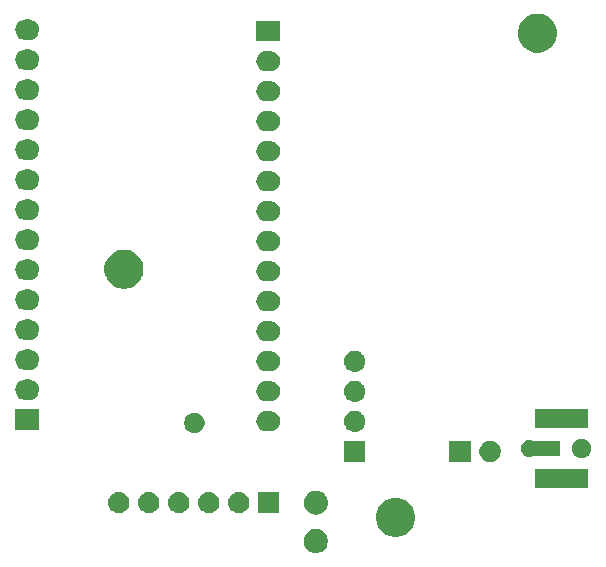
<source format=gbr>
G04 #@! TF.GenerationSoftware,KiCad,Pcbnew,(5.0.2)-1*
G04 #@! TF.CreationDate,2019-05-14T17:11:37+02:00*
G04 #@! TF.ProjectId,Mini-Lora,4d696e69-2d4c-46f7-9261-2e6b69636164,rev?*
G04 #@! TF.SameCoordinates,Original*
G04 #@! TF.FileFunction,Soldermask,Bot*
G04 #@! TF.FilePolarity,Negative*
%FSLAX46Y46*%
G04 Gerber Fmt 4.6, Leading zero omitted, Abs format (unit mm)*
G04 Created by KiCad (PCBNEW (5.0.2)-1) date 14/05/2019 17:11:37*
%MOMM*%
%LPD*%
G01*
G04 APERTURE LIST*
%ADD10C,0.100000*%
G04 APERTURE END LIST*
D10*
G04 #@! TO.C,U2*
G36*
X135415025Y-73343327D02*
X135681725Y-73343327D01*
X135681724Y-73343327D01*
X135910387Y-73314895D01*
X136123900Y-73228249D01*
X136307712Y-73089295D01*
X136449296Y-72907501D01*
X136570725Y-72467027D01*
X136570725Y-72467028D01*
X136539006Y-72238797D01*
X136449298Y-72026553D01*
X136307713Y-71844759D01*
X136123901Y-71705804D01*
X135910388Y-71619158D01*
X135681725Y-71590727D01*
X135415025Y-71590727D01*
X135415026Y-71590727D01*
X135188223Y-71620586D01*
X134976876Y-71708129D01*
X134795388Y-71847389D01*
X134656128Y-72028877D01*
X134568585Y-72240224D01*
X134538725Y-72467027D01*
X134538725Y-72467026D01*
X134568584Y-72693829D01*
X134656127Y-72905177D01*
X134795387Y-73086665D01*
X134976875Y-73225925D01*
X135415025Y-73343327D01*
G37*
G36*
X135415025Y-75883327D02*
X135681725Y-75883327D01*
X135681724Y-75883327D01*
X135910387Y-75854895D01*
X136123900Y-75768249D01*
X136307712Y-75629295D01*
X136449296Y-75447501D01*
X136570725Y-75007027D01*
X136570725Y-75007028D01*
X136539006Y-74778797D01*
X136449298Y-74566553D01*
X136307713Y-74384759D01*
X136123901Y-74245804D01*
X135910388Y-74159158D01*
X135681725Y-74130727D01*
X135415025Y-74130727D01*
X135415026Y-74130727D01*
X135188223Y-74160586D01*
X134976876Y-74248129D01*
X134795388Y-74387389D01*
X134656128Y-74568877D01*
X134568585Y-74780224D01*
X134538725Y-75007027D01*
X134538725Y-75007026D01*
X134568584Y-75233829D01*
X134656127Y-75445177D01*
X134795387Y-75626665D01*
X134976875Y-75765925D01*
X135415025Y-75883327D01*
G37*
G36*
X135415025Y-78423327D02*
X135681725Y-78423327D01*
X135681724Y-78423327D01*
X135910387Y-78394895D01*
X136123900Y-78308249D01*
X136307712Y-78169295D01*
X136449296Y-77987501D01*
X136570725Y-77547027D01*
X136570725Y-77547028D01*
X136539006Y-77318797D01*
X136449298Y-77106553D01*
X136307713Y-76924759D01*
X136123901Y-76785804D01*
X135910388Y-76699158D01*
X135681725Y-76670727D01*
X135415025Y-76670727D01*
X135415026Y-76670727D01*
X135188223Y-76700586D01*
X134976876Y-76788129D01*
X134795388Y-76927389D01*
X134656128Y-77108877D01*
X134568585Y-77320224D01*
X134538725Y-77547027D01*
X134538725Y-77547026D01*
X134568584Y-77773829D01*
X134656127Y-77985177D01*
X134795387Y-78166665D01*
X134976875Y-78305925D01*
X135415025Y-78423327D01*
G37*
G36*
X135415025Y-80963327D02*
X135681725Y-80963327D01*
X135681724Y-80963327D01*
X135910387Y-80934895D01*
X136123900Y-80848249D01*
X136307712Y-80709295D01*
X136449296Y-80527501D01*
X136570725Y-80087027D01*
X136570725Y-80087028D01*
X136539006Y-79858797D01*
X136449298Y-79646553D01*
X136307713Y-79464759D01*
X136123901Y-79325804D01*
X135910388Y-79239158D01*
X135681725Y-79210727D01*
X135415025Y-79210727D01*
X135415026Y-79210727D01*
X135188223Y-79240586D01*
X134976876Y-79328129D01*
X134795388Y-79467389D01*
X134656128Y-79648877D01*
X134568585Y-79860224D01*
X134538725Y-80087027D01*
X134538725Y-80087026D01*
X134568584Y-80313829D01*
X134656127Y-80525177D01*
X134795387Y-80706665D01*
X134976875Y-80845925D01*
X135415025Y-80963327D01*
G37*
G36*
X135415025Y-83503327D02*
X135681725Y-83503327D01*
X135681724Y-83503327D01*
X135910387Y-83474895D01*
X136123900Y-83388249D01*
X136307712Y-83249295D01*
X136449296Y-83067501D01*
X136570725Y-82627027D01*
X136570725Y-82627028D01*
X136539006Y-82398797D01*
X136449298Y-82186553D01*
X136307713Y-82004759D01*
X136123901Y-81865804D01*
X135910388Y-81779158D01*
X135681725Y-81750727D01*
X135415025Y-81750727D01*
X135415026Y-81750727D01*
X135188223Y-81780586D01*
X134976876Y-81868129D01*
X134795388Y-82007389D01*
X134656128Y-82188877D01*
X134568585Y-82400224D01*
X134538725Y-82627027D01*
X134538725Y-82627026D01*
X134568584Y-82853829D01*
X134656127Y-83065177D01*
X134795387Y-83246665D01*
X134976875Y-83385925D01*
X135415025Y-83503327D01*
G37*
G36*
X135415025Y-86043327D02*
X135681725Y-86043327D01*
X135681724Y-86043327D01*
X135910387Y-86014895D01*
X136123900Y-85928249D01*
X136307712Y-85789295D01*
X136449296Y-85607501D01*
X136570725Y-85167027D01*
X136570725Y-85167028D01*
X136539006Y-84938797D01*
X136449298Y-84726553D01*
X136307713Y-84544759D01*
X136123901Y-84405804D01*
X135910388Y-84319158D01*
X135681725Y-84290727D01*
X135415025Y-84290727D01*
X135415026Y-84290727D01*
X135188223Y-84320586D01*
X134976876Y-84408129D01*
X134795388Y-84547389D01*
X134656128Y-84728877D01*
X134568585Y-84940224D01*
X134538725Y-85167027D01*
X134538725Y-85167026D01*
X134568584Y-85393829D01*
X134656127Y-85605177D01*
X134795387Y-85786665D01*
X134976875Y-85925925D01*
X135415025Y-86043327D01*
G37*
G36*
X135415025Y-88583327D02*
X135681725Y-88583327D01*
X135681724Y-88583327D01*
X135910387Y-88554895D01*
X136123900Y-88468249D01*
X136307712Y-88329295D01*
X136449296Y-88147501D01*
X136570725Y-87707027D01*
X136570725Y-87707028D01*
X136539006Y-87478797D01*
X136449298Y-87266553D01*
X136307713Y-87084759D01*
X136123901Y-86945804D01*
X135910388Y-86859158D01*
X135681725Y-86830727D01*
X135415025Y-86830727D01*
X135415026Y-86830727D01*
X135188223Y-86860586D01*
X134976876Y-86948129D01*
X134795388Y-87087389D01*
X134656128Y-87268877D01*
X134568585Y-87480224D01*
X134538725Y-87707027D01*
X134538725Y-87707026D01*
X134568584Y-87933829D01*
X134656127Y-88145177D01*
X134795387Y-88326665D01*
X134976875Y-88465925D01*
X135415025Y-88583327D01*
G37*
G36*
X135415025Y-91123327D02*
X135681725Y-91123327D01*
X135681724Y-91123327D01*
X135910387Y-91094895D01*
X136123900Y-91008249D01*
X136307712Y-90869295D01*
X136449296Y-90687501D01*
X136570725Y-90247027D01*
X136570725Y-90247028D01*
X136539006Y-90018797D01*
X136449298Y-89806553D01*
X136307713Y-89624759D01*
X136123901Y-89485804D01*
X135910388Y-89399158D01*
X135681725Y-89370727D01*
X135415025Y-89370727D01*
X135415026Y-89370727D01*
X135188223Y-89400586D01*
X134976876Y-89488129D01*
X134795388Y-89627389D01*
X134656128Y-89808877D01*
X134568585Y-90020224D01*
X134538725Y-90247027D01*
X134538725Y-90247026D01*
X134568584Y-90473829D01*
X134656127Y-90685177D01*
X134795387Y-90866665D01*
X134976875Y-91005925D01*
X135415025Y-91123327D01*
G37*
G36*
X135415025Y-93663327D02*
X135681725Y-93663327D01*
X135681724Y-93663327D01*
X135910387Y-93634895D01*
X136123900Y-93548249D01*
X136307712Y-93409295D01*
X136449296Y-93227501D01*
X136570725Y-92787027D01*
X136570725Y-92787028D01*
X136539006Y-92558797D01*
X136449298Y-92346553D01*
X136307713Y-92164759D01*
X136123901Y-92025804D01*
X135910388Y-91939158D01*
X135681725Y-91910727D01*
X135415025Y-91910727D01*
X135415026Y-91910727D01*
X135188223Y-91940586D01*
X134976876Y-92028129D01*
X134795388Y-92167389D01*
X134656128Y-92348877D01*
X134568585Y-92560224D01*
X134538725Y-92787027D01*
X134538725Y-92787026D01*
X134568584Y-93013829D01*
X134656127Y-93225177D01*
X134795387Y-93406665D01*
X134976875Y-93545925D01*
X135415025Y-93663327D01*
G37*
G36*
X135415025Y-96203327D02*
X135681725Y-96203327D01*
X135681724Y-96203327D01*
X135910387Y-96174895D01*
X136123900Y-96088249D01*
X136307712Y-95949295D01*
X136449296Y-95767501D01*
X136570725Y-95327027D01*
X136570725Y-95327028D01*
X136539006Y-95098797D01*
X136449298Y-94886553D01*
X136307713Y-94704759D01*
X136123901Y-94565804D01*
X135910388Y-94479158D01*
X135681725Y-94450727D01*
X135415025Y-94450727D01*
X135415026Y-94450727D01*
X135188223Y-94480586D01*
X134976876Y-94568129D01*
X134795388Y-94707389D01*
X134656128Y-94888877D01*
X134568585Y-95100224D01*
X134538725Y-95327027D01*
X134538725Y-95327026D01*
X134568584Y-95553829D01*
X134656127Y-95765177D01*
X134795387Y-95946665D01*
X134976875Y-96085925D01*
X135415025Y-96203327D01*
G37*
G36*
X135415025Y-98743327D02*
X135681725Y-98743327D01*
X135681724Y-98743327D01*
X135910387Y-98714895D01*
X136123900Y-98628249D01*
X136307712Y-98489295D01*
X136449296Y-98307501D01*
X136570725Y-97867027D01*
X136570725Y-97867028D01*
X136539006Y-97638797D01*
X136449298Y-97426553D01*
X136307713Y-97244759D01*
X136123901Y-97105804D01*
X135910388Y-97019158D01*
X135681725Y-96990727D01*
X135415025Y-96990727D01*
X135415026Y-96990727D01*
X135188223Y-97020586D01*
X134976876Y-97108129D01*
X134795388Y-97247389D01*
X134656128Y-97428877D01*
X134568585Y-97640224D01*
X134538725Y-97867027D01*
X134538725Y-97867026D01*
X134568584Y-98093829D01*
X134656127Y-98305177D01*
X134795387Y-98486665D01*
X134976875Y-98625925D01*
X135415025Y-98743327D01*
G37*
G36*
X135415025Y-101283327D02*
X135681725Y-101283327D01*
X135681724Y-101283327D01*
X135910387Y-101254895D01*
X136123900Y-101168249D01*
X136307712Y-101029295D01*
X136449296Y-100847501D01*
X136570725Y-100407027D01*
X136570725Y-100407028D01*
X136539006Y-100178797D01*
X136449298Y-99966553D01*
X136307713Y-99784759D01*
X136123901Y-99645804D01*
X135910388Y-99559158D01*
X135681725Y-99530727D01*
X135415025Y-99530727D01*
X135415026Y-99530727D01*
X135188223Y-99560586D01*
X134976876Y-99648129D01*
X134795388Y-99787389D01*
X134656128Y-99968877D01*
X134568585Y-100180224D01*
X134538725Y-100407027D01*
X134538725Y-100407026D01*
X134568584Y-100633829D01*
X134656127Y-100845177D01*
X134795387Y-101026665D01*
X134976875Y-101165925D01*
X135415025Y-101283327D01*
G37*
G36*
X135415025Y-103823327D02*
X135681725Y-103823327D01*
X135681724Y-103823327D01*
X135910387Y-103794895D01*
X136123900Y-103708249D01*
X136307712Y-103569295D01*
X136449296Y-103387501D01*
X136570725Y-102947027D01*
X136570725Y-102947028D01*
X136539006Y-102718797D01*
X136449298Y-102506553D01*
X136307713Y-102324759D01*
X136123901Y-102185804D01*
X135910388Y-102099158D01*
X135681725Y-102070727D01*
X135415025Y-102070727D01*
X135415026Y-102070727D01*
X135188223Y-102100586D01*
X134976876Y-102188129D01*
X134795388Y-102327389D01*
X134656128Y-102508877D01*
X134568585Y-102720224D01*
X134538725Y-102947027D01*
X134538725Y-102947026D01*
X134568584Y-103173829D01*
X134656127Y-103385177D01*
X134795387Y-103566665D01*
X134976875Y-103705925D01*
X135415025Y-103823327D01*
G37*
G36*
X136583425Y-106363327D02*
X136583425Y-104610727D01*
X134526025Y-104610727D01*
X134526025Y-106363327D01*
X136583425Y-106363327D01*
G37*
G36*
X156094425Y-104730727D02*
X155827725Y-104730727D01*
X155827726Y-104730727D01*
X155599063Y-104759159D01*
X155385550Y-104845805D01*
X155201738Y-104984759D01*
X155060154Y-105166553D01*
X154938725Y-105607027D01*
X154938725Y-105607026D01*
X154970444Y-105835257D01*
X155060152Y-106047501D01*
X155201737Y-106229295D01*
X155385549Y-106368250D01*
X155599062Y-106454896D01*
X155827725Y-106483327D01*
X156094425Y-106483327D01*
X156094424Y-106483327D01*
X156321227Y-106453468D01*
X156532574Y-106365925D01*
X156714062Y-106226665D01*
X156853322Y-106045177D01*
X156940865Y-105833830D01*
X156970725Y-105607027D01*
X156970725Y-105607028D01*
X156940866Y-105380225D01*
X156853323Y-105168877D01*
X156714063Y-104987389D01*
X156532575Y-104848129D01*
X156094425Y-104730727D01*
G37*
G36*
X156094425Y-102190727D02*
X155827725Y-102190727D01*
X155827726Y-102190727D01*
X155599063Y-102219159D01*
X155385550Y-102305805D01*
X155201738Y-102444759D01*
X155060154Y-102626553D01*
X154938725Y-103067027D01*
X154938725Y-103067026D01*
X154970444Y-103295257D01*
X155060152Y-103507501D01*
X155201737Y-103689295D01*
X155385549Y-103828250D01*
X155599062Y-103914896D01*
X155827725Y-103943327D01*
X156094425Y-103943327D01*
X156094424Y-103943327D01*
X156321227Y-103913468D01*
X156532574Y-103825925D01*
X156714062Y-103686665D01*
X156853322Y-103505177D01*
X156940865Y-103293830D01*
X156970725Y-103067027D01*
X156970725Y-103067028D01*
X156940866Y-102840225D01*
X156853323Y-102628877D01*
X156714063Y-102447389D01*
X156532575Y-102308129D01*
X156094425Y-102190727D01*
G37*
G36*
X156094425Y-99650727D02*
X155827725Y-99650727D01*
X155827726Y-99650727D01*
X155599063Y-99679159D01*
X155385550Y-99765805D01*
X155201738Y-99904759D01*
X155060154Y-100086553D01*
X154938725Y-100527027D01*
X154938725Y-100527026D01*
X154970444Y-100755257D01*
X155060152Y-100967501D01*
X155201737Y-101149295D01*
X155385549Y-101288250D01*
X155599062Y-101374896D01*
X155827725Y-101403327D01*
X156094425Y-101403327D01*
X156094424Y-101403327D01*
X156321227Y-101373468D01*
X156532574Y-101285925D01*
X156714062Y-101146665D01*
X156853322Y-100965177D01*
X156940865Y-100753830D01*
X156970725Y-100527027D01*
X156970725Y-100527028D01*
X156940866Y-100300225D01*
X156853323Y-100088877D01*
X156714063Y-99907389D01*
X156532575Y-99768129D01*
X156094425Y-99650727D01*
G37*
G36*
X156094425Y-97110727D02*
X155827725Y-97110727D01*
X155827726Y-97110727D01*
X155599063Y-97139159D01*
X155385550Y-97225805D01*
X155201738Y-97364759D01*
X155060154Y-97546553D01*
X154938725Y-97987027D01*
X154938725Y-97987026D01*
X154970444Y-98215257D01*
X155060152Y-98427501D01*
X155201737Y-98609295D01*
X155385549Y-98748250D01*
X155599062Y-98834896D01*
X155827725Y-98863327D01*
X156094425Y-98863327D01*
X156094424Y-98863327D01*
X156321227Y-98833468D01*
X156532574Y-98745925D01*
X156714062Y-98606665D01*
X156853322Y-98425177D01*
X156940865Y-98213830D01*
X156970725Y-97987027D01*
X156970725Y-97987028D01*
X156940866Y-97760225D01*
X156853323Y-97548877D01*
X156714063Y-97367389D01*
X156532575Y-97228129D01*
X156094425Y-97110727D01*
G37*
G36*
X156094425Y-94570727D02*
X155827725Y-94570727D01*
X155827726Y-94570727D01*
X155599063Y-94599159D01*
X155385550Y-94685805D01*
X155201738Y-94824759D01*
X155060154Y-95006553D01*
X154938725Y-95447027D01*
X154938725Y-95447026D01*
X154970444Y-95675257D01*
X155060152Y-95887501D01*
X155201737Y-96069295D01*
X155385549Y-96208250D01*
X155599062Y-96294896D01*
X155827725Y-96323327D01*
X156094425Y-96323327D01*
X156094424Y-96323327D01*
X156321227Y-96293468D01*
X156532574Y-96205925D01*
X156714062Y-96066665D01*
X156853322Y-95885177D01*
X156940865Y-95673830D01*
X156970725Y-95447027D01*
X156970725Y-95447028D01*
X156940866Y-95220225D01*
X156853323Y-95008877D01*
X156714063Y-94827389D01*
X156532575Y-94688129D01*
X156094425Y-94570727D01*
G37*
G36*
X156094425Y-92030727D02*
X155827725Y-92030727D01*
X155827726Y-92030727D01*
X155599063Y-92059159D01*
X155385550Y-92145805D01*
X155201738Y-92284759D01*
X155060154Y-92466553D01*
X154938725Y-92907027D01*
X154938725Y-92907026D01*
X154970444Y-93135257D01*
X155060152Y-93347501D01*
X155201737Y-93529295D01*
X155385549Y-93668250D01*
X155599062Y-93754896D01*
X155827725Y-93783327D01*
X156094425Y-93783327D01*
X156094424Y-93783327D01*
X156321227Y-93753468D01*
X156532574Y-93665925D01*
X156714062Y-93526665D01*
X156853322Y-93345177D01*
X156940865Y-93133830D01*
X156970725Y-92907027D01*
X156970725Y-92907028D01*
X156940866Y-92680225D01*
X156853323Y-92468877D01*
X156714063Y-92287389D01*
X156532575Y-92148129D01*
X156094425Y-92030727D01*
G37*
G36*
X156094425Y-89490727D02*
X155827725Y-89490727D01*
X155827726Y-89490727D01*
X155599063Y-89519159D01*
X155385550Y-89605805D01*
X155201738Y-89744759D01*
X155060154Y-89926553D01*
X154938725Y-90367027D01*
X154938725Y-90367026D01*
X154970444Y-90595257D01*
X155060152Y-90807501D01*
X155201737Y-90989295D01*
X155385549Y-91128250D01*
X155599062Y-91214896D01*
X155827725Y-91243327D01*
X156094425Y-91243327D01*
X156094424Y-91243327D01*
X156321227Y-91213468D01*
X156532574Y-91125925D01*
X156714062Y-90986665D01*
X156853322Y-90805177D01*
X156940865Y-90593830D01*
X156970725Y-90367027D01*
X156970725Y-90367028D01*
X156940866Y-90140225D01*
X156853323Y-89928877D01*
X156714063Y-89747389D01*
X156532575Y-89608129D01*
X156094425Y-89490727D01*
G37*
G36*
X156094425Y-86950727D02*
X155827725Y-86950727D01*
X155827726Y-86950727D01*
X155599063Y-86979159D01*
X155385550Y-87065805D01*
X155201738Y-87204759D01*
X155060154Y-87386553D01*
X154938725Y-87827027D01*
X154938725Y-87827026D01*
X154970444Y-88055257D01*
X155060152Y-88267501D01*
X155201737Y-88449295D01*
X155385549Y-88588250D01*
X155599062Y-88674896D01*
X155827725Y-88703327D01*
X156094425Y-88703327D01*
X156094424Y-88703327D01*
X156321227Y-88673468D01*
X156532574Y-88585925D01*
X156714062Y-88446665D01*
X156853322Y-88265177D01*
X156940865Y-88053830D01*
X156970725Y-87827027D01*
X156970725Y-87827028D01*
X156940866Y-87600225D01*
X156853323Y-87388877D01*
X156714063Y-87207389D01*
X156532575Y-87068129D01*
X156094425Y-86950727D01*
G37*
G36*
X156094425Y-84410727D02*
X155827725Y-84410727D01*
X155827726Y-84410727D01*
X155599063Y-84439159D01*
X155385550Y-84525805D01*
X155201738Y-84664759D01*
X155060154Y-84846553D01*
X154938725Y-85287027D01*
X154938725Y-85287026D01*
X154970444Y-85515257D01*
X155060152Y-85727501D01*
X155201737Y-85909295D01*
X155385549Y-86048250D01*
X155599062Y-86134896D01*
X155827725Y-86163327D01*
X156094425Y-86163327D01*
X156094424Y-86163327D01*
X156321227Y-86133468D01*
X156532574Y-86045925D01*
X156714062Y-85906665D01*
X156853322Y-85725177D01*
X156940865Y-85513830D01*
X156970725Y-85287027D01*
X156970725Y-85287028D01*
X156940866Y-85060225D01*
X156853323Y-84848877D01*
X156714063Y-84667389D01*
X156532575Y-84528129D01*
X156094425Y-84410727D01*
G37*
G36*
X156094425Y-81870727D02*
X155827725Y-81870727D01*
X155827726Y-81870727D01*
X155599063Y-81899159D01*
X155385550Y-81985805D01*
X155201738Y-82124759D01*
X155060154Y-82306553D01*
X154938725Y-82747027D01*
X154938725Y-82747026D01*
X154970444Y-82975257D01*
X155060152Y-83187501D01*
X155201737Y-83369295D01*
X155385549Y-83508250D01*
X155599062Y-83594896D01*
X155827725Y-83623327D01*
X156094425Y-83623327D01*
X156094424Y-83623327D01*
X156321227Y-83593468D01*
X156532574Y-83505925D01*
X156714062Y-83366665D01*
X156853322Y-83185177D01*
X156940865Y-82973830D01*
X156970725Y-82747027D01*
X156970725Y-82747028D01*
X156940866Y-82520225D01*
X156853323Y-82308877D01*
X156714063Y-82127389D01*
X156532575Y-81988129D01*
X156094425Y-81870727D01*
G37*
G36*
X156094425Y-79330727D02*
X155827725Y-79330727D01*
X155827726Y-79330727D01*
X155599063Y-79359159D01*
X155385550Y-79445805D01*
X155201738Y-79584759D01*
X155060154Y-79766553D01*
X154938725Y-80207027D01*
X154938725Y-80207026D01*
X154970444Y-80435257D01*
X155060152Y-80647501D01*
X155201737Y-80829295D01*
X155385549Y-80968250D01*
X155599062Y-81054896D01*
X155827725Y-81083327D01*
X156094425Y-81083327D01*
X156094424Y-81083327D01*
X156321227Y-81053468D01*
X156532574Y-80965925D01*
X156714062Y-80826665D01*
X156853322Y-80645177D01*
X156940865Y-80433830D01*
X156970725Y-80207027D01*
X156970725Y-80207028D01*
X156940866Y-79980225D01*
X156853323Y-79768877D01*
X156714063Y-79587389D01*
X156532575Y-79448129D01*
X156094425Y-79330727D01*
G37*
G36*
X156094425Y-76790727D02*
X155827725Y-76790727D01*
X155827726Y-76790727D01*
X155599063Y-76819159D01*
X155385550Y-76905805D01*
X155201738Y-77044759D01*
X155060154Y-77226553D01*
X154938725Y-77667027D01*
X154938725Y-77667026D01*
X154970444Y-77895257D01*
X155060152Y-78107501D01*
X155201737Y-78289295D01*
X155385549Y-78428250D01*
X155599062Y-78514896D01*
X155827725Y-78543327D01*
X156094425Y-78543327D01*
X156094424Y-78543327D01*
X156321227Y-78513468D01*
X156532574Y-78425925D01*
X156714062Y-78286665D01*
X156853322Y-78105177D01*
X156940865Y-77893830D01*
X156970725Y-77667027D01*
X156970725Y-77667028D01*
X156940866Y-77440225D01*
X156853323Y-77228877D01*
X156714063Y-77047389D01*
X156532575Y-76908129D01*
X156094425Y-76790727D01*
G37*
G36*
X156094425Y-74250727D02*
X155827725Y-74250727D01*
X155827726Y-74250727D01*
X155599063Y-74279159D01*
X155385550Y-74365805D01*
X155201738Y-74504759D01*
X155060154Y-74686553D01*
X154938725Y-75127027D01*
X154938725Y-75127026D01*
X154970444Y-75355257D01*
X155060152Y-75567501D01*
X155201737Y-75749295D01*
X155385549Y-75888250D01*
X155599062Y-75974896D01*
X155827725Y-76003327D01*
X156094425Y-76003327D01*
X156094424Y-76003327D01*
X156321227Y-75973468D01*
X156532574Y-75885925D01*
X156714062Y-75746665D01*
X156853322Y-75565177D01*
X156940865Y-75353830D01*
X156970725Y-75127027D01*
X156970725Y-75127028D01*
X156940866Y-74900225D01*
X156853323Y-74688877D01*
X156714063Y-74507389D01*
X156532575Y-74368129D01*
X156094425Y-74250727D01*
G37*
G36*
X154926025Y-71710727D02*
X154926025Y-73463327D01*
X156983425Y-73463327D01*
X156983425Y-71710727D01*
X154926025Y-71710727D01*
G37*
G36*
X160230926Y-114760029D02*
X160296356Y-114773044D01*
X160481256Y-114849632D01*
X160647665Y-114960823D01*
X160789177Y-115102335D01*
X160789179Y-115102338D01*
X160900368Y-115268744D01*
X160928870Y-115337553D01*
X160976956Y-115453645D01*
X161016000Y-115649931D01*
X161016000Y-115850069D01*
X160976956Y-116046355D01*
X160900368Y-116231256D01*
X160789177Y-116397665D01*
X160647665Y-116539177D01*
X160647662Y-116539179D01*
X160481256Y-116650368D01*
X160296356Y-116726956D01*
X160230926Y-116739971D01*
X160100069Y-116766000D01*
X159899931Y-116766000D01*
X159769074Y-116739971D01*
X159703644Y-116726956D01*
X159518744Y-116650368D01*
X159352338Y-116539179D01*
X159352335Y-116539177D01*
X159210823Y-116397665D01*
X159099632Y-116231256D01*
X159023044Y-116046355D01*
X158984000Y-115850069D01*
X158984000Y-115649931D01*
X159023044Y-115453645D01*
X159071131Y-115337553D01*
X159099632Y-115268744D01*
X159210821Y-115102338D01*
X159210823Y-115102335D01*
X159352335Y-114960823D01*
X159518744Y-114849632D01*
X159703644Y-114773044D01*
X159769074Y-114760029D01*
X159899931Y-114734000D01*
X160100069Y-114734000D01*
X160230926Y-114760029D01*
X160230926Y-114760029D01*
G37*
G36*
X167125256Y-112141298D02*
X167231579Y-112162447D01*
X167532042Y-112286903D01*
X167586623Y-112323373D01*
X167802454Y-112467587D01*
X168032413Y-112697546D01*
X168032415Y-112697549D01*
X168213097Y-112967958D01*
X168337553Y-113268421D01*
X168341682Y-113289179D01*
X168401000Y-113587389D01*
X168401000Y-113912611D01*
X168337553Y-114231578D01*
X168213098Y-114532040D01*
X168032413Y-114802454D01*
X167802454Y-115032413D01*
X167802451Y-115032415D01*
X167532042Y-115213097D01*
X167231579Y-115337553D01*
X167125256Y-115358702D01*
X166912611Y-115401000D01*
X166587389Y-115401000D01*
X166374744Y-115358702D01*
X166268421Y-115337553D01*
X165967958Y-115213097D01*
X165697549Y-115032415D01*
X165697546Y-115032413D01*
X165467587Y-114802454D01*
X165286902Y-114532040D01*
X165162447Y-114231578D01*
X165099000Y-113912611D01*
X165099000Y-113587389D01*
X165158318Y-113289179D01*
X165162447Y-113268421D01*
X165286903Y-112967958D01*
X165467585Y-112697549D01*
X165467587Y-112697546D01*
X165697546Y-112467587D01*
X165913377Y-112323373D01*
X165967958Y-112286903D01*
X166268421Y-112162447D01*
X166374744Y-112141298D01*
X166587389Y-112099000D01*
X166912611Y-112099000D01*
X167125256Y-112141298D01*
X167125256Y-112141298D01*
G37*
G36*
X160230926Y-111510029D02*
X160296356Y-111523044D01*
X160479730Y-111599000D01*
X160481256Y-111599632D01*
X160647665Y-111710823D01*
X160789177Y-111852335D01*
X160789179Y-111852338D01*
X160900368Y-112018744D01*
X160959892Y-112162447D01*
X160976956Y-112203645D01*
X161016000Y-112399931D01*
X161016000Y-112600069D01*
X160996610Y-112697546D01*
X160976956Y-112796356D01*
X160956199Y-112846467D01*
X160900368Y-112981256D01*
X160789177Y-113147665D01*
X160647665Y-113289177D01*
X160647662Y-113289179D01*
X160481256Y-113400368D01*
X160296356Y-113476956D01*
X160230926Y-113489971D01*
X160100069Y-113516000D01*
X159899931Y-113516000D01*
X159769074Y-113489971D01*
X159703644Y-113476956D01*
X159518744Y-113400368D01*
X159352338Y-113289179D01*
X159352335Y-113289177D01*
X159210823Y-113147665D01*
X159099632Y-112981256D01*
X159043801Y-112846467D01*
X159023044Y-112796356D01*
X159003390Y-112697546D01*
X158984000Y-112600069D01*
X158984000Y-112399931D01*
X159023044Y-112203645D01*
X159040109Y-112162447D01*
X159099632Y-112018744D01*
X159210821Y-111852338D01*
X159210823Y-111852335D01*
X159352335Y-111710823D01*
X159518744Y-111599632D01*
X159520270Y-111599000D01*
X159703644Y-111523044D01*
X159769074Y-111510029D01*
X159899931Y-111484000D01*
X160100069Y-111484000D01*
X160230926Y-111510029D01*
X160230926Y-111510029D01*
G37*
G36*
X148490443Y-111605519D02*
X148556627Y-111612037D01*
X148669853Y-111646384D01*
X148726467Y-111663557D01*
X148814890Y-111710821D01*
X148882991Y-111747222D01*
X148918729Y-111776552D01*
X149020186Y-111859814D01*
X149103448Y-111961271D01*
X149132778Y-111997009D01*
X149132779Y-111997011D01*
X149216443Y-112153533D01*
X149216443Y-112153534D01*
X149267963Y-112323373D01*
X149285359Y-112500000D01*
X149267963Y-112676627D01*
X149261617Y-112697546D01*
X149216443Y-112846467D01*
X149151504Y-112967958D01*
X149132778Y-113002991D01*
X149103448Y-113038729D01*
X149020186Y-113140186D01*
X148918729Y-113223448D01*
X148882991Y-113252778D01*
X148882989Y-113252779D01*
X148726467Y-113336443D01*
X148669853Y-113353616D01*
X148556627Y-113387963D01*
X148490442Y-113394482D01*
X148424260Y-113401000D01*
X148335740Y-113401000D01*
X148269558Y-113394482D01*
X148203373Y-113387963D01*
X148090147Y-113353616D01*
X148033533Y-113336443D01*
X147877011Y-113252779D01*
X147877009Y-113252778D01*
X147841271Y-113223448D01*
X147739814Y-113140186D01*
X147656552Y-113038729D01*
X147627222Y-113002991D01*
X147608496Y-112967958D01*
X147543557Y-112846467D01*
X147498383Y-112697546D01*
X147492037Y-112676627D01*
X147474641Y-112500000D01*
X147492037Y-112323373D01*
X147543557Y-112153534D01*
X147543557Y-112153533D01*
X147627221Y-111997011D01*
X147627222Y-111997009D01*
X147656552Y-111961271D01*
X147739814Y-111859814D01*
X147841271Y-111776552D01*
X147877009Y-111747222D01*
X147945110Y-111710821D01*
X148033533Y-111663557D01*
X148090147Y-111646384D01*
X148203373Y-111612037D01*
X148269557Y-111605519D01*
X148335740Y-111599000D01*
X148424260Y-111599000D01*
X148490443Y-111605519D01*
X148490443Y-111605519D01*
G37*
G36*
X156901000Y-113401000D02*
X155099000Y-113401000D01*
X155099000Y-111599000D01*
X156901000Y-111599000D01*
X156901000Y-113401000D01*
X156901000Y-113401000D01*
G37*
G36*
X143410443Y-111605519D02*
X143476627Y-111612037D01*
X143589853Y-111646384D01*
X143646467Y-111663557D01*
X143734890Y-111710821D01*
X143802991Y-111747222D01*
X143838729Y-111776552D01*
X143940186Y-111859814D01*
X144023448Y-111961271D01*
X144052778Y-111997009D01*
X144052779Y-111997011D01*
X144136443Y-112153533D01*
X144136443Y-112153534D01*
X144187963Y-112323373D01*
X144205359Y-112500000D01*
X144187963Y-112676627D01*
X144181617Y-112697546D01*
X144136443Y-112846467D01*
X144071504Y-112967958D01*
X144052778Y-113002991D01*
X144023448Y-113038729D01*
X143940186Y-113140186D01*
X143838729Y-113223448D01*
X143802991Y-113252778D01*
X143802989Y-113252779D01*
X143646467Y-113336443D01*
X143589853Y-113353616D01*
X143476627Y-113387963D01*
X143410442Y-113394482D01*
X143344260Y-113401000D01*
X143255740Y-113401000D01*
X143189558Y-113394482D01*
X143123373Y-113387963D01*
X143010147Y-113353616D01*
X142953533Y-113336443D01*
X142797011Y-113252779D01*
X142797009Y-113252778D01*
X142761271Y-113223448D01*
X142659814Y-113140186D01*
X142576552Y-113038729D01*
X142547222Y-113002991D01*
X142528496Y-112967958D01*
X142463557Y-112846467D01*
X142418383Y-112697546D01*
X142412037Y-112676627D01*
X142394641Y-112500000D01*
X142412037Y-112323373D01*
X142463557Y-112153534D01*
X142463557Y-112153533D01*
X142547221Y-111997011D01*
X142547222Y-111997009D01*
X142576552Y-111961271D01*
X142659814Y-111859814D01*
X142761271Y-111776552D01*
X142797009Y-111747222D01*
X142865110Y-111710821D01*
X142953533Y-111663557D01*
X143010147Y-111646384D01*
X143123373Y-111612037D01*
X143189557Y-111605519D01*
X143255740Y-111599000D01*
X143344260Y-111599000D01*
X143410443Y-111605519D01*
X143410443Y-111605519D01*
G37*
G36*
X145950443Y-111605519D02*
X146016627Y-111612037D01*
X146129853Y-111646384D01*
X146186467Y-111663557D01*
X146274890Y-111710821D01*
X146342991Y-111747222D01*
X146378729Y-111776552D01*
X146480186Y-111859814D01*
X146563448Y-111961271D01*
X146592778Y-111997009D01*
X146592779Y-111997011D01*
X146676443Y-112153533D01*
X146676443Y-112153534D01*
X146727963Y-112323373D01*
X146745359Y-112500000D01*
X146727963Y-112676627D01*
X146721617Y-112697546D01*
X146676443Y-112846467D01*
X146611504Y-112967958D01*
X146592778Y-113002991D01*
X146563448Y-113038729D01*
X146480186Y-113140186D01*
X146378729Y-113223448D01*
X146342991Y-113252778D01*
X146342989Y-113252779D01*
X146186467Y-113336443D01*
X146129853Y-113353616D01*
X146016627Y-113387963D01*
X145950442Y-113394482D01*
X145884260Y-113401000D01*
X145795740Y-113401000D01*
X145729558Y-113394482D01*
X145663373Y-113387963D01*
X145550147Y-113353616D01*
X145493533Y-113336443D01*
X145337011Y-113252779D01*
X145337009Y-113252778D01*
X145301271Y-113223448D01*
X145199814Y-113140186D01*
X145116552Y-113038729D01*
X145087222Y-113002991D01*
X145068496Y-112967958D01*
X145003557Y-112846467D01*
X144958383Y-112697546D01*
X144952037Y-112676627D01*
X144934641Y-112500000D01*
X144952037Y-112323373D01*
X145003557Y-112153534D01*
X145003557Y-112153533D01*
X145087221Y-111997011D01*
X145087222Y-111997009D01*
X145116552Y-111961271D01*
X145199814Y-111859814D01*
X145301271Y-111776552D01*
X145337009Y-111747222D01*
X145405110Y-111710821D01*
X145493533Y-111663557D01*
X145550147Y-111646384D01*
X145663373Y-111612037D01*
X145729557Y-111605519D01*
X145795740Y-111599000D01*
X145884260Y-111599000D01*
X145950443Y-111605519D01*
X145950443Y-111605519D01*
G37*
G36*
X151030443Y-111605519D02*
X151096627Y-111612037D01*
X151209853Y-111646384D01*
X151266467Y-111663557D01*
X151354890Y-111710821D01*
X151422991Y-111747222D01*
X151458729Y-111776552D01*
X151560186Y-111859814D01*
X151643448Y-111961271D01*
X151672778Y-111997009D01*
X151672779Y-111997011D01*
X151756443Y-112153533D01*
X151756443Y-112153534D01*
X151807963Y-112323373D01*
X151825359Y-112500000D01*
X151807963Y-112676627D01*
X151801617Y-112697546D01*
X151756443Y-112846467D01*
X151691504Y-112967958D01*
X151672778Y-113002991D01*
X151643448Y-113038729D01*
X151560186Y-113140186D01*
X151458729Y-113223448D01*
X151422991Y-113252778D01*
X151422989Y-113252779D01*
X151266467Y-113336443D01*
X151209853Y-113353616D01*
X151096627Y-113387963D01*
X151030442Y-113394482D01*
X150964260Y-113401000D01*
X150875740Y-113401000D01*
X150809558Y-113394482D01*
X150743373Y-113387963D01*
X150630147Y-113353616D01*
X150573533Y-113336443D01*
X150417011Y-113252779D01*
X150417009Y-113252778D01*
X150381271Y-113223448D01*
X150279814Y-113140186D01*
X150196552Y-113038729D01*
X150167222Y-113002991D01*
X150148496Y-112967958D01*
X150083557Y-112846467D01*
X150038383Y-112697546D01*
X150032037Y-112676627D01*
X150014641Y-112500000D01*
X150032037Y-112323373D01*
X150083557Y-112153534D01*
X150083557Y-112153533D01*
X150167221Y-111997011D01*
X150167222Y-111997009D01*
X150196552Y-111961271D01*
X150279814Y-111859814D01*
X150381271Y-111776552D01*
X150417009Y-111747222D01*
X150485110Y-111710821D01*
X150573533Y-111663557D01*
X150630147Y-111646384D01*
X150743373Y-111612037D01*
X150809557Y-111605519D01*
X150875740Y-111599000D01*
X150964260Y-111599000D01*
X151030443Y-111605519D01*
X151030443Y-111605519D01*
G37*
G36*
X153570443Y-111605519D02*
X153636627Y-111612037D01*
X153749853Y-111646384D01*
X153806467Y-111663557D01*
X153894890Y-111710821D01*
X153962991Y-111747222D01*
X153998729Y-111776552D01*
X154100186Y-111859814D01*
X154183448Y-111961271D01*
X154212778Y-111997009D01*
X154212779Y-111997011D01*
X154296443Y-112153533D01*
X154296443Y-112153534D01*
X154347963Y-112323373D01*
X154365359Y-112500000D01*
X154347963Y-112676627D01*
X154341617Y-112697546D01*
X154296443Y-112846467D01*
X154231504Y-112967958D01*
X154212778Y-113002991D01*
X154183448Y-113038729D01*
X154100186Y-113140186D01*
X153998729Y-113223448D01*
X153962991Y-113252778D01*
X153962989Y-113252779D01*
X153806467Y-113336443D01*
X153749853Y-113353616D01*
X153636627Y-113387963D01*
X153570442Y-113394482D01*
X153504260Y-113401000D01*
X153415740Y-113401000D01*
X153349558Y-113394482D01*
X153283373Y-113387963D01*
X153170147Y-113353616D01*
X153113533Y-113336443D01*
X152957011Y-113252779D01*
X152957009Y-113252778D01*
X152921271Y-113223448D01*
X152819814Y-113140186D01*
X152736552Y-113038729D01*
X152707222Y-113002991D01*
X152688496Y-112967958D01*
X152623557Y-112846467D01*
X152578383Y-112697546D01*
X152572037Y-112676627D01*
X152554641Y-112500000D01*
X152572037Y-112323373D01*
X152623557Y-112153534D01*
X152623557Y-112153533D01*
X152707221Y-111997011D01*
X152707222Y-111997009D01*
X152736552Y-111961271D01*
X152819814Y-111859814D01*
X152921271Y-111776552D01*
X152957009Y-111747222D01*
X153025110Y-111710821D01*
X153113533Y-111663557D01*
X153170147Y-111646384D01*
X153283373Y-111612037D01*
X153349557Y-111605519D01*
X153415740Y-111599000D01*
X153504260Y-111599000D01*
X153570443Y-111605519D01*
X153570443Y-111605519D01*
G37*
G36*
X183012909Y-111301420D02*
X178542509Y-111301420D01*
X178542509Y-109625020D01*
X183012909Y-109625020D01*
X183012909Y-111301420D01*
X183012909Y-111301420D01*
G37*
G36*
X175008225Y-107310171D02*
X175172323Y-107378143D01*
X175320012Y-107476826D01*
X175445603Y-107602417D01*
X175544286Y-107750106D01*
X175612258Y-107914204D01*
X175646909Y-108088409D01*
X175646909Y-108266031D01*
X175612258Y-108440236D01*
X175544286Y-108604334D01*
X175445603Y-108752023D01*
X175320012Y-108877614D01*
X175172323Y-108976297D01*
X175008225Y-109044269D01*
X174834020Y-109078920D01*
X174656398Y-109078920D01*
X174482193Y-109044269D01*
X174318095Y-108976297D01*
X174170406Y-108877614D01*
X174044815Y-108752023D01*
X173946132Y-108604334D01*
X173878160Y-108440236D01*
X173843509Y-108266031D01*
X173843509Y-108088409D01*
X173878160Y-107914204D01*
X173946132Y-107750106D01*
X174044815Y-107602417D01*
X174170406Y-107476826D01*
X174318095Y-107378143D01*
X174482193Y-107310171D01*
X174656398Y-107275520D01*
X174834020Y-107275520D01*
X175008225Y-107310171D01*
X175008225Y-107310171D01*
G37*
G36*
X173106909Y-109078920D02*
X171303509Y-109078920D01*
X171303509Y-107275520D01*
X173106909Y-107275520D01*
X173106909Y-109078920D01*
X173106909Y-109078920D01*
G37*
G36*
X164178221Y-109069520D02*
X162376221Y-109069520D01*
X162376221Y-107267520D01*
X164178221Y-107267520D01*
X164178221Y-109069520D01*
X164178221Y-109069520D01*
G37*
G36*
X182736703Y-107117231D02*
X182889246Y-107180416D01*
X183026534Y-107272149D01*
X183143280Y-107388895D01*
X183235013Y-107526183D01*
X183298198Y-107678726D01*
X183330409Y-107840663D01*
X183330409Y-108005777D01*
X183298198Y-108167714D01*
X183235013Y-108320257D01*
X183143280Y-108457545D01*
X183026534Y-108574291D01*
X182889246Y-108666024D01*
X182736703Y-108729209D01*
X182574766Y-108761420D01*
X182409652Y-108761420D01*
X182247715Y-108729209D01*
X182095172Y-108666024D01*
X181957884Y-108574291D01*
X181841138Y-108457545D01*
X181749405Y-108320257D01*
X181686220Y-108167714D01*
X181654009Y-108005777D01*
X181654009Y-107840663D01*
X181686220Y-107678726D01*
X181749405Y-107526183D01*
X181841138Y-107388895D01*
X181957884Y-107272149D01*
X182095172Y-107180416D01*
X182247715Y-107117231D01*
X182409652Y-107085020D01*
X182574766Y-107085020D01*
X182736703Y-107117231D01*
X182736703Y-107117231D01*
G37*
G36*
X178254659Y-107239351D02*
X178328099Y-107269771D01*
X178351548Y-107276884D01*
X178375934Y-107279286D01*
X178395703Y-107276354D01*
X178395708Y-107276403D01*
X178404672Y-107275520D01*
X180630659Y-107275520D01*
X180630659Y-108570920D01*
X178404672Y-108570920D01*
X178403523Y-108570807D01*
X178388184Y-108567756D01*
X178363679Y-108567756D01*
X178328099Y-108576669D01*
X178254659Y-108607089D01*
X178117257Y-108634420D01*
X177977161Y-108634420D01*
X177839759Y-108607089D01*
X177710331Y-108553478D01*
X177593843Y-108475643D01*
X177494786Y-108376586D01*
X177416951Y-108260098D01*
X177363340Y-108130670D01*
X177336009Y-107993268D01*
X177336009Y-107853172D01*
X177363340Y-107715770D01*
X177416951Y-107586342D01*
X177494786Y-107469854D01*
X177593843Y-107370797D01*
X177710331Y-107292962D01*
X177839759Y-107239351D01*
X177977161Y-107212020D01*
X178117257Y-107212020D01*
X178254659Y-107239351D01*
X178254659Y-107239351D01*
G37*
G36*
X149961815Y-104919876D02*
X150007831Y-104938937D01*
X150118926Y-104984953D01*
X150260325Y-105079433D01*
X150380567Y-105199675D01*
X150475047Y-105341074D01*
X150500760Y-105403152D01*
X150540124Y-105498185D01*
X150573300Y-105664972D01*
X150573300Y-105835028D01*
X150540124Y-106001815D01*
X150521063Y-106047831D01*
X150475047Y-106158926D01*
X150380567Y-106300325D01*
X150260325Y-106420567D01*
X150118926Y-106515047D01*
X150007831Y-106561063D01*
X149961815Y-106580124D01*
X149795029Y-106613300D01*
X149624971Y-106613300D01*
X149458185Y-106580124D01*
X149412169Y-106561063D01*
X149301074Y-106515047D01*
X149159675Y-106420567D01*
X149039433Y-106300325D01*
X148944953Y-106158926D01*
X148898937Y-106047831D01*
X148879876Y-106001815D01*
X148846700Y-105835028D01*
X148846700Y-105664972D01*
X148879876Y-105498185D01*
X148919240Y-105403152D01*
X148944953Y-105341074D01*
X149039433Y-105199675D01*
X149159675Y-105079433D01*
X149301074Y-104984953D01*
X149412169Y-104938937D01*
X149458185Y-104919876D01*
X149624971Y-104886700D01*
X149795029Y-104886700D01*
X149961815Y-104919876D01*
X149961815Y-104919876D01*
G37*
G36*
X163370520Y-104732350D02*
X163453848Y-104740557D01*
X163567074Y-104774904D01*
X163623688Y-104792077D01*
X163736445Y-104852348D01*
X163780212Y-104875742D01*
X163793564Y-104886700D01*
X163917407Y-104988334D01*
X163979637Y-105064163D01*
X164029999Y-105125529D01*
X164030000Y-105125531D01*
X164113664Y-105282053D01*
X164113664Y-105282054D01*
X164165184Y-105451893D01*
X164182580Y-105628520D01*
X164165184Y-105805147D01*
X164156119Y-105835029D01*
X164113664Y-105974987D01*
X164039569Y-106113607D01*
X164029999Y-106131511D01*
X164014915Y-106149891D01*
X163917407Y-106268706D01*
X163815950Y-106351968D01*
X163780212Y-106381298D01*
X163780210Y-106381299D01*
X163623688Y-106464963D01*
X163567074Y-106482136D01*
X163453848Y-106516483D01*
X163387664Y-106523001D01*
X163321481Y-106529520D01*
X163232961Y-106529520D01*
X163166778Y-106523001D01*
X163100594Y-106516483D01*
X162987368Y-106482136D01*
X162930754Y-106464963D01*
X162774232Y-106381299D01*
X162774230Y-106381298D01*
X162738492Y-106351968D01*
X162637035Y-106268706D01*
X162539527Y-106149891D01*
X162524443Y-106131511D01*
X162514873Y-106113607D01*
X162440778Y-105974987D01*
X162398323Y-105835029D01*
X162389258Y-105805147D01*
X162371862Y-105628520D01*
X162389258Y-105451893D01*
X162440778Y-105282054D01*
X162440778Y-105282053D01*
X162524442Y-105125531D01*
X162524443Y-105125529D01*
X162574805Y-105064163D01*
X162637035Y-104988334D01*
X162760878Y-104886700D01*
X162774230Y-104875742D01*
X162817997Y-104852348D01*
X162930754Y-104792077D01*
X162987368Y-104774904D01*
X163100594Y-104740557D01*
X163183922Y-104732350D01*
X163232961Y-104727520D01*
X163321481Y-104727520D01*
X163370520Y-104732350D01*
X163370520Y-104732350D01*
G37*
G36*
X156203128Y-104788153D02*
X156358109Y-104852348D01*
X156497589Y-104945546D01*
X156616206Y-105064163D01*
X156709404Y-105203643D01*
X156773599Y-105358624D01*
X156806325Y-105523152D01*
X156806325Y-105690902D01*
X156773599Y-105855430D01*
X156709404Y-106010411D01*
X156616206Y-106149891D01*
X156497589Y-106268508D01*
X156358109Y-106361706D01*
X156203128Y-106425901D01*
X156038600Y-106458627D01*
X155870850Y-106458627D01*
X155706322Y-106425901D01*
X155551341Y-106361706D01*
X155411861Y-106268508D01*
X155293244Y-106149891D01*
X155200046Y-106010411D01*
X155135851Y-105855430D01*
X155103125Y-105690902D01*
X155103125Y-105523152D01*
X155135851Y-105358624D01*
X155200046Y-105203643D01*
X155293244Y-105064163D01*
X155411861Y-104945546D01*
X155551341Y-104852348D01*
X155706322Y-104788153D01*
X155870850Y-104755427D01*
X156038600Y-104755427D01*
X156203128Y-104788153D01*
X156203128Y-104788153D01*
G37*
G36*
X135803128Y-104668153D02*
X135958109Y-104732348D01*
X136097589Y-104825546D01*
X136216206Y-104944163D01*
X136309404Y-105083643D01*
X136373599Y-105238624D01*
X136406325Y-105403152D01*
X136406325Y-105570902D01*
X136373599Y-105735430D01*
X136309404Y-105890411D01*
X136216206Y-106029891D01*
X136097589Y-106148508D01*
X135958109Y-106241706D01*
X135803128Y-106305901D01*
X135638600Y-106338627D01*
X135470850Y-106338627D01*
X135306322Y-106305901D01*
X135151341Y-106241706D01*
X135011861Y-106148508D01*
X134893244Y-106029891D01*
X134800046Y-105890411D01*
X134735851Y-105735430D01*
X134703125Y-105570902D01*
X134703125Y-105403152D01*
X134735851Y-105238624D01*
X134800046Y-105083643D01*
X134893244Y-104944163D01*
X135011861Y-104825546D01*
X135151341Y-104732348D01*
X135306322Y-104668153D01*
X135470850Y-104635427D01*
X135638600Y-104635427D01*
X135803128Y-104668153D01*
X135803128Y-104668153D01*
G37*
G36*
X183012909Y-106221420D02*
X178542509Y-106221420D01*
X178542509Y-104545020D01*
X183012909Y-104545020D01*
X183012909Y-106221420D01*
X183012909Y-106221420D01*
G37*
G36*
X163370520Y-102192350D02*
X163453848Y-102200557D01*
X163567074Y-102234904D01*
X163623688Y-102252077D01*
X163736445Y-102312348D01*
X163780212Y-102335742D01*
X163815950Y-102365072D01*
X163917407Y-102448334D01*
X163979637Y-102524163D01*
X164029999Y-102585529D01*
X164030000Y-102585531D01*
X164113664Y-102742053D01*
X164113664Y-102742054D01*
X164165184Y-102911893D01*
X164182580Y-103088520D01*
X164165184Y-103265147D01*
X164149931Y-103315428D01*
X164113664Y-103434987D01*
X164039569Y-103573607D01*
X164029999Y-103591511D01*
X164014915Y-103609891D01*
X163917407Y-103728706D01*
X163815950Y-103811968D01*
X163780212Y-103841298D01*
X163780210Y-103841299D01*
X163623688Y-103924963D01*
X163567074Y-103942136D01*
X163453848Y-103976483D01*
X163387663Y-103983002D01*
X163321481Y-103989520D01*
X163232961Y-103989520D01*
X163166779Y-103983002D01*
X163100594Y-103976483D01*
X162987368Y-103942136D01*
X162930754Y-103924963D01*
X162774232Y-103841299D01*
X162774230Y-103841298D01*
X162738492Y-103811968D01*
X162637035Y-103728706D01*
X162539527Y-103609891D01*
X162524443Y-103591511D01*
X162514873Y-103573607D01*
X162440778Y-103434987D01*
X162404511Y-103315428D01*
X162389258Y-103265147D01*
X162371862Y-103088520D01*
X162389258Y-102911893D01*
X162440778Y-102742054D01*
X162440778Y-102742053D01*
X162524442Y-102585531D01*
X162524443Y-102585529D01*
X162574805Y-102524163D01*
X162637035Y-102448334D01*
X162738492Y-102365072D01*
X162774230Y-102335742D01*
X162817997Y-102312348D01*
X162930754Y-102252077D01*
X162987368Y-102234904D01*
X163100594Y-102200557D01*
X163183922Y-102192350D01*
X163232961Y-102187520D01*
X163321481Y-102187520D01*
X163370520Y-102192350D01*
X163370520Y-102192350D01*
G37*
G36*
X156203128Y-102248153D02*
X156358109Y-102312348D01*
X156497589Y-102405546D01*
X156616206Y-102524163D01*
X156709404Y-102663643D01*
X156773599Y-102818624D01*
X156806325Y-102983152D01*
X156806325Y-103150902D01*
X156773599Y-103315430D01*
X156709404Y-103470411D01*
X156616206Y-103609891D01*
X156497589Y-103728508D01*
X156358109Y-103821706D01*
X156203128Y-103885901D01*
X156038600Y-103918627D01*
X155870850Y-103918627D01*
X155706322Y-103885901D01*
X155551341Y-103821706D01*
X155411861Y-103728508D01*
X155293244Y-103609891D01*
X155200046Y-103470411D01*
X155135851Y-103315430D01*
X155103125Y-103150902D01*
X155103125Y-102983152D01*
X155135851Y-102818624D01*
X155200046Y-102663643D01*
X155293244Y-102524163D01*
X155411861Y-102405546D01*
X155551341Y-102312348D01*
X155706322Y-102248153D01*
X155870850Y-102215427D01*
X156038600Y-102215427D01*
X156203128Y-102248153D01*
X156203128Y-102248153D01*
G37*
G36*
X135803128Y-102128153D02*
X135958109Y-102192348D01*
X136097589Y-102285546D01*
X136216206Y-102404163D01*
X136309404Y-102543643D01*
X136373599Y-102698624D01*
X136406325Y-102863152D01*
X136406325Y-103030902D01*
X136373599Y-103195430D01*
X136309404Y-103350411D01*
X136216206Y-103489891D01*
X136097589Y-103608508D01*
X135958109Y-103701706D01*
X135803128Y-103765901D01*
X135638600Y-103798627D01*
X135470850Y-103798627D01*
X135306322Y-103765901D01*
X135151341Y-103701706D01*
X135011861Y-103608508D01*
X134893244Y-103489891D01*
X134800046Y-103350411D01*
X134735851Y-103195430D01*
X134703125Y-103030902D01*
X134703125Y-102863152D01*
X134735851Y-102698624D01*
X134800046Y-102543643D01*
X134893244Y-102404163D01*
X135011861Y-102285546D01*
X135151341Y-102192348D01*
X135306322Y-102128153D01*
X135470850Y-102095427D01*
X135638600Y-102095427D01*
X135803128Y-102128153D01*
X135803128Y-102128153D01*
G37*
G36*
X163370520Y-99652350D02*
X163453848Y-99660557D01*
X163567074Y-99694904D01*
X163623688Y-99712077D01*
X163736445Y-99772348D01*
X163780212Y-99795742D01*
X163815950Y-99825072D01*
X163917407Y-99908334D01*
X163979637Y-99984163D01*
X164029999Y-100045529D01*
X164030000Y-100045531D01*
X164113664Y-100202053D01*
X164113664Y-100202054D01*
X164165184Y-100371893D01*
X164182580Y-100548520D01*
X164165184Y-100725147D01*
X164149931Y-100775428D01*
X164113664Y-100894987D01*
X164039569Y-101033607D01*
X164029999Y-101051511D01*
X164014915Y-101069891D01*
X163917407Y-101188706D01*
X163815950Y-101271968D01*
X163780212Y-101301298D01*
X163780210Y-101301299D01*
X163623688Y-101384963D01*
X163567074Y-101402136D01*
X163453848Y-101436483D01*
X163387664Y-101443001D01*
X163321481Y-101449520D01*
X163232961Y-101449520D01*
X163166778Y-101443001D01*
X163100594Y-101436483D01*
X162987368Y-101402136D01*
X162930754Y-101384963D01*
X162774232Y-101301299D01*
X162774230Y-101301298D01*
X162738492Y-101271968D01*
X162637035Y-101188706D01*
X162539527Y-101069891D01*
X162524443Y-101051511D01*
X162514873Y-101033607D01*
X162440778Y-100894987D01*
X162404511Y-100775428D01*
X162389258Y-100725147D01*
X162371862Y-100548520D01*
X162389258Y-100371893D01*
X162440778Y-100202054D01*
X162440778Y-100202053D01*
X162524442Y-100045531D01*
X162524443Y-100045529D01*
X162574805Y-99984163D01*
X162637035Y-99908334D01*
X162738492Y-99825072D01*
X162774230Y-99795742D01*
X162817997Y-99772348D01*
X162930754Y-99712077D01*
X162987368Y-99694904D01*
X163100594Y-99660557D01*
X163183922Y-99652350D01*
X163232961Y-99647520D01*
X163321481Y-99647520D01*
X163370520Y-99652350D01*
X163370520Y-99652350D01*
G37*
G36*
X156203128Y-99708153D02*
X156358109Y-99772348D01*
X156497589Y-99865546D01*
X156616206Y-99984163D01*
X156709404Y-100123643D01*
X156773599Y-100278624D01*
X156806325Y-100443152D01*
X156806325Y-100610902D01*
X156773599Y-100775430D01*
X156709404Y-100930411D01*
X156616206Y-101069891D01*
X156497589Y-101188508D01*
X156358109Y-101281706D01*
X156203128Y-101345901D01*
X156038600Y-101378627D01*
X155870850Y-101378627D01*
X155706322Y-101345901D01*
X155551341Y-101281706D01*
X155411861Y-101188508D01*
X155293244Y-101069891D01*
X155200046Y-100930411D01*
X155135851Y-100775430D01*
X155103125Y-100610902D01*
X155103125Y-100443152D01*
X155135851Y-100278624D01*
X155200046Y-100123643D01*
X155293244Y-99984163D01*
X155411861Y-99865546D01*
X155551341Y-99772348D01*
X155706322Y-99708153D01*
X155870850Y-99675427D01*
X156038600Y-99675427D01*
X156203128Y-99708153D01*
X156203128Y-99708153D01*
G37*
G36*
X135803128Y-99588153D02*
X135958109Y-99652348D01*
X136097589Y-99745546D01*
X136216206Y-99864163D01*
X136309404Y-100003643D01*
X136373599Y-100158624D01*
X136406325Y-100323152D01*
X136406325Y-100490902D01*
X136373599Y-100655430D01*
X136309404Y-100810411D01*
X136216206Y-100949891D01*
X136097589Y-101068508D01*
X135958109Y-101161706D01*
X135803128Y-101225901D01*
X135638600Y-101258627D01*
X135470850Y-101258627D01*
X135306322Y-101225901D01*
X135151341Y-101161706D01*
X135011861Y-101068508D01*
X134893244Y-100949891D01*
X134800046Y-100810411D01*
X134735851Y-100655430D01*
X134703125Y-100490902D01*
X134703125Y-100323152D01*
X134735851Y-100158624D01*
X134800046Y-100003643D01*
X134893244Y-99864163D01*
X135011861Y-99745546D01*
X135151341Y-99652348D01*
X135306322Y-99588153D01*
X135470850Y-99555427D01*
X135638600Y-99555427D01*
X135803128Y-99588153D01*
X135803128Y-99588153D01*
G37*
G36*
X156203128Y-97168153D02*
X156358109Y-97232348D01*
X156497589Y-97325546D01*
X156616206Y-97444163D01*
X156709404Y-97583643D01*
X156773599Y-97738624D01*
X156806325Y-97903152D01*
X156806325Y-98070902D01*
X156773599Y-98235430D01*
X156709404Y-98390411D01*
X156616206Y-98529891D01*
X156497589Y-98648508D01*
X156358109Y-98741706D01*
X156203128Y-98805901D01*
X156038600Y-98838627D01*
X155870850Y-98838627D01*
X155706322Y-98805901D01*
X155551341Y-98741706D01*
X155411861Y-98648508D01*
X155293244Y-98529891D01*
X155200046Y-98390411D01*
X155135851Y-98235430D01*
X155103125Y-98070902D01*
X155103125Y-97903152D01*
X155135851Y-97738624D01*
X155200046Y-97583643D01*
X155293244Y-97444163D01*
X155411861Y-97325546D01*
X155551341Y-97232348D01*
X155706322Y-97168153D01*
X155870850Y-97135427D01*
X156038600Y-97135427D01*
X156203128Y-97168153D01*
X156203128Y-97168153D01*
G37*
G36*
X135803128Y-97048153D02*
X135958109Y-97112348D01*
X136097589Y-97205546D01*
X136216206Y-97324163D01*
X136309404Y-97463643D01*
X136373599Y-97618624D01*
X136406325Y-97783152D01*
X136406325Y-97950902D01*
X136373599Y-98115430D01*
X136309404Y-98270411D01*
X136216206Y-98409891D01*
X136097589Y-98528508D01*
X135958109Y-98621706D01*
X135803128Y-98685901D01*
X135638600Y-98718627D01*
X135470850Y-98718627D01*
X135306322Y-98685901D01*
X135151341Y-98621706D01*
X135011861Y-98528508D01*
X134893244Y-98409891D01*
X134800046Y-98270411D01*
X134735851Y-98115430D01*
X134703125Y-97950902D01*
X134703125Y-97783152D01*
X134735851Y-97618624D01*
X134800046Y-97463643D01*
X134893244Y-97324163D01*
X135011861Y-97205546D01*
X135151341Y-97112348D01*
X135306322Y-97048153D01*
X135470850Y-97015427D01*
X135638600Y-97015427D01*
X135803128Y-97048153D01*
X135803128Y-97048153D01*
G37*
G36*
X156203128Y-94628153D02*
X156358109Y-94692348D01*
X156497589Y-94785546D01*
X156616206Y-94904163D01*
X156709404Y-95043643D01*
X156773599Y-95198624D01*
X156806325Y-95363152D01*
X156806325Y-95530902D01*
X156773599Y-95695430D01*
X156709404Y-95850411D01*
X156616206Y-95989891D01*
X156497589Y-96108508D01*
X156358109Y-96201706D01*
X156203128Y-96265901D01*
X156038600Y-96298627D01*
X155870850Y-96298627D01*
X155706322Y-96265901D01*
X155551341Y-96201706D01*
X155411861Y-96108508D01*
X155293244Y-95989891D01*
X155200046Y-95850411D01*
X155135851Y-95695430D01*
X155103125Y-95530902D01*
X155103125Y-95363152D01*
X155135851Y-95198624D01*
X155200046Y-95043643D01*
X155293244Y-94904163D01*
X155411861Y-94785546D01*
X155551341Y-94692348D01*
X155706322Y-94628153D01*
X155870850Y-94595427D01*
X156038600Y-94595427D01*
X156203128Y-94628153D01*
X156203128Y-94628153D01*
G37*
G36*
X135803128Y-94508153D02*
X135958109Y-94572348D01*
X136097589Y-94665546D01*
X136216206Y-94784163D01*
X136309404Y-94923643D01*
X136373599Y-95078624D01*
X136406325Y-95243152D01*
X136406325Y-95410902D01*
X136373599Y-95575430D01*
X136309404Y-95730411D01*
X136216206Y-95869891D01*
X136097589Y-95988508D01*
X135958109Y-96081706D01*
X135803128Y-96145901D01*
X135638600Y-96178627D01*
X135470850Y-96178627D01*
X135306322Y-96145901D01*
X135151341Y-96081706D01*
X135011861Y-95988508D01*
X134893244Y-95869891D01*
X134800046Y-95730411D01*
X134735851Y-95575430D01*
X134703125Y-95410902D01*
X134703125Y-95243152D01*
X134735851Y-95078624D01*
X134800046Y-94923643D01*
X134893244Y-94784163D01*
X135011861Y-94665546D01*
X135151341Y-94572348D01*
X135306322Y-94508153D01*
X135470850Y-94475427D01*
X135638600Y-94475427D01*
X135803128Y-94508153D01*
X135803128Y-94508153D01*
G37*
G36*
X144125256Y-91141298D02*
X144231579Y-91162447D01*
X144532042Y-91286903D01*
X144798852Y-91465180D01*
X144802454Y-91467587D01*
X145032413Y-91697546D01*
X145032415Y-91697549D01*
X145213097Y-91967958D01*
X145328078Y-92245546D01*
X145337553Y-92268422D01*
X145401000Y-92587389D01*
X145401000Y-92912611D01*
X145358702Y-93125256D01*
X145337553Y-93231579D01*
X145213097Y-93532042D01*
X145163746Y-93605901D01*
X145032413Y-93802454D01*
X144802454Y-94032413D01*
X144802451Y-94032415D01*
X144532042Y-94213097D01*
X144231579Y-94337553D01*
X144125256Y-94358702D01*
X143912611Y-94401000D01*
X143587389Y-94401000D01*
X143374744Y-94358702D01*
X143268421Y-94337553D01*
X142967958Y-94213097D01*
X142697549Y-94032415D01*
X142697546Y-94032413D01*
X142467587Y-93802454D01*
X142336254Y-93605901D01*
X142286903Y-93532042D01*
X142162447Y-93231579D01*
X142141298Y-93125256D01*
X142099000Y-92912611D01*
X142099000Y-92587389D01*
X142162447Y-92268422D01*
X142171923Y-92245546D01*
X142286903Y-91967958D01*
X142467585Y-91697549D01*
X142467587Y-91697546D01*
X142697546Y-91467587D01*
X142701148Y-91465180D01*
X142967958Y-91286903D01*
X143268421Y-91162447D01*
X143374744Y-91141298D01*
X143587389Y-91099000D01*
X143912611Y-91099000D01*
X144125256Y-91141298D01*
X144125256Y-91141298D01*
G37*
G36*
X156203128Y-92088153D02*
X156358109Y-92152348D01*
X156497589Y-92245546D01*
X156616206Y-92364163D01*
X156709404Y-92503643D01*
X156773599Y-92658624D01*
X156806325Y-92823152D01*
X156806325Y-92990902D01*
X156773599Y-93155430D01*
X156709404Y-93310411D01*
X156616206Y-93449891D01*
X156497589Y-93568508D01*
X156358109Y-93661706D01*
X156203128Y-93725901D01*
X156038600Y-93758627D01*
X155870850Y-93758627D01*
X155706322Y-93725901D01*
X155551341Y-93661706D01*
X155411861Y-93568508D01*
X155293244Y-93449891D01*
X155200046Y-93310411D01*
X155135851Y-93155430D01*
X155103125Y-92990902D01*
X155103125Y-92823152D01*
X155135851Y-92658624D01*
X155200046Y-92503643D01*
X155293244Y-92364163D01*
X155411861Y-92245546D01*
X155551341Y-92152348D01*
X155706322Y-92088153D01*
X155870850Y-92055427D01*
X156038600Y-92055427D01*
X156203128Y-92088153D01*
X156203128Y-92088153D01*
G37*
G36*
X135803128Y-91968153D02*
X135958109Y-92032348D01*
X136097589Y-92125546D01*
X136216206Y-92244163D01*
X136309404Y-92383643D01*
X136373599Y-92538624D01*
X136406325Y-92703152D01*
X136406325Y-92870902D01*
X136373599Y-93035430D01*
X136309404Y-93190411D01*
X136216206Y-93329891D01*
X136097589Y-93448508D01*
X135958109Y-93541706D01*
X135803128Y-93605901D01*
X135638600Y-93638627D01*
X135470850Y-93638627D01*
X135306322Y-93605901D01*
X135151341Y-93541706D01*
X135011861Y-93448508D01*
X134893244Y-93329891D01*
X134800046Y-93190411D01*
X134735851Y-93035430D01*
X134703125Y-92870902D01*
X134703125Y-92703152D01*
X134735851Y-92538624D01*
X134800046Y-92383643D01*
X134893244Y-92244163D01*
X135011861Y-92125546D01*
X135151341Y-92032348D01*
X135306322Y-91968153D01*
X135470850Y-91935427D01*
X135638600Y-91935427D01*
X135803128Y-91968153D01*
X135803128Y-91968153D01*
G37*
G36*
X156203128Y-89548153D02*
X156358109Y-89612348D01*
X156497589Y-89705546D01*
X156616206Y-89824163D01*
X156709404Y-89963643D01*
X156773599Y-90118624D01*
X156806325Y-90283152D01*
X156806325Y-90450902D01*
X156773599Y-90615430D01*
X156709404Y-90770411D01*
X156616206Y-90909891D01*
X156497589Y-91028508D01*
X156358109Y-91121706D01*
X156203128Y-91185901D01*
X156038600Y-91218627D01*
X155870850Y-91218627D01*
X155706322Y-91185901D01*
X155551341Y-91121706D01*
X155411861Y-91028508D01*
X155293244Y-90909891D01*
X155200046Y-90770411D01*
X155135851Y-90615430D01*
X155103125Y-90450902D01*
X155103125Y-90283152D01*
X155135851Y-90118624D01*
X155200046Y-89963643D01*
X155293244Y-89824163D01*
X155411861Y-89705546D01*
X155551341Y-89612348D01*
X155706322Y-89548153D01*
X155870850Y-89515427D01*
X156038600Y-89515427D01*
X156203128Y-89548153D01*
X156203128Y-89548153D01*
G37*
G36*
X135803128Y-89428153D02*
X135958109Y-89492348D01*
X136097589Y-89585546D01*
X136216206Y-89704163D01*
X136309404Y-89843643D01*
X136373599Y-89998624D01*
X136406325Y-90163152D01*
X136406325Y-90330902D01*
X136373599Y-90495430D01*
X136309404Y-90650411D01*
X136216206Y-90789891D01*
X136097589Y-90908508D01*
X135958109Y-91001706D01*
X135803128Y-91065901D01*
X135638600Y-91098627D01*
X135470850Y-91098627D01*
X135306322Y-91065901D01*
X135151341Y-91001706D01*
X135011861Y-90908508D01*
X134893244Y-90789891D01*
X134800046Y-90650411D01*
X134735851Y-90495430D01*
X134703125Y-90330902D01*
X134703125Y-90163152D01*
X134735851Y-89998624D01*
X134800046Y-89843643D01*
X134893244Y-89704163D01*
X135011861Y-89585546D01*
X135151341Y-89492348D01*
X135306322Y-89428153D01*
X135470850Y-89395427D01*
X135638600Y-89395427D01*
X135803128Y-89428153D01*
X135803128Y-89428153D01*
G37*
G36*
X156203128Y-87008153D02*
X156358109Y-87072348D01*
X156497589Y-87165546D01*
X156616206Y-87284163D01*
X156709404Y-87423643D01*
X156773599Y-87578624D01*
X156806325Y-87743152D01*
X156806325Y-87910902D01*
X156773599Y-88075430D01*
X156709404Y-88230411D01*
X156616206Y-88369891D01*
X156497589Y-88488508D01*
X156358109Y-88581706D01*
X156203128Y-88645901D01*
X156038600Y-88678627D01*
X155870850Y-88678627D01*
X155706322Y-88645901D01*
X155551341Y-88581706D01*
X155411861Y-88488508D01*
X155293244Y-88369891D01*
X155200046Y-88230411D01*
X155135851Y-88075430D01*
X155103125Y-87910902D01*
X155103125Y-87743152D01*
X155135851Y-87578624D01*
X155200046Y-87423643D01*
X155293244Y-87284163D01*
X155411861Y-87165546D01*
X155551341Y-87072348D01*
X155706322Y-87008153D01*
X155870850Y-86975427D01*
X156038600Y-86975427D01*
X156203128Y-87008153D01*
X156203128Y-87008153D01*
G37*
G36*
X135803128Y-86888153D02*
X135958109Y-86952348D01*
X136097589Y-87045546D01*
X136216206Y-87164163D01*
X136309404Y-87303643D01*
X136373599Y-87458624D01*
X136406325Y-87623152D01*
X136406325Y-87790902D01*
X136373599Y-87955430D01*
X136309404Y-88110411D01*
X136216206Y-88249891D01*
X136097589Y-88368508D01*
X135958109Y-88461706D01*
X135803128Y-88525901D01*
X135638600Y-88558627D01*
X135470850Y-88558627D01*
X135306322Y-88525901D01*
X135151341Y-88461706D01*
X135011861Y-88368508D01*
X134893244Y-88249891D01*
X134800046Y-88110411D01*
X134735851Y-87955430D01*
X134703125Y-87790902D01*
X134703125Y-87623152D01*
X134735851Y-87458624D01*
X134800046Y-87303643D01*
X134893244Y-87164163D01*
X135011861Y-87045546D01*
X135151341Y-86952348D01*
X135306322Y-86888153D01*
X135470850Y-86855427D01*
X135638600Y-86855427D01*
X135803128Y-86888153D01*
X135803128Y-86888153D01*
G37*
G36*
X156203128Y-84468153D02*
X156358109Y-84532348D01*
X156497589Y-84625546D01*
X156616206Y-84744163D01*
X156709404Y-84883643D01*
X156773599Y-85038624D01*
X156806325Y-85203152D01*
X156806325Y-85370902D01*
X156773599Y-85535430D01*
X156709404Y-85690411D01*
X156616206Y-85829891D01*
X156497589Y-85948508D01*
X156358109Y-86041706D01*
X156203128Y-86105901D01*
X156038600Y-86138627D01*
X155870850Y-86138627D01*
X155706322Y-86105901D01*
X155551341Y-86041706D01*
X155411861Y-85948508D01*
X155293244Y-85829891D01*
X155200046Y-85690411D01*
X155135851Y-85535430D01*
X155103125Y-85370902D01*
X155103125Y-85203152D01*
X155135851Y-85038624D01*
X155200046Y-84883643D01*
X155293244Y-84744163D01*
X155411861Y-84625546D01*
X155551341Y-84532348D01*
X155706322Y-84468153D01*
X155870850Y-84435427D01*
X156038600Y-84435427D01*
X156203128Y-84468153D01*
X156203128Y-84468153D01*
G37*
G36*
X135803128Y-84348153D02*
X135958109Y-84412348D01*
X136097589Y-84505546D01*
X136216206Y-84624163D01*
X136309404Y-84763643D01*
X136373599Y-84918624D01*
X136406325Y-85083152D01*
X136406325Y-85250902D01*
X136373599Y-85415430D01*
X136309404Y-85570411D01*
X136216206Y-85709891D01*
X136097589Y-85828508D01*
X135958109Y-85921706D01*
X135803128Y-85985901D01*
X135638600Y-86018627D01*
X135470850Y-86018627D01*
X135306322Y-85985901D01*
X135151341Y-85921706D01*
X135011861Y-85828508D01*
X134893244Y-85709891D01*
X134800046Y-85570411D01*
X134735851Y-85415430D01*
X134703125Y-85250902D01*
X134703125Y-85083152D01*
X134735851Y-84918624D01*
X134800046Y-84763643D01*
X134893244Y-84624163D01*
X135011861Y-84505546D01*
X135151341Y-84412348D01*
X135306322Y-84348153D01*
X135470850Y-84315427D01*
X135638600Y-84315427D01*
X135803128Y-84348153D01*
X135803128Y-84348153D01*
G37*
G36*
X156203128Y-81928153D02*
X156358109Y-81992348D01*
X156497589Y-82085546D01*
X156616206Y-82204163D01*
X156709404Y-82343643D01*
X156773599Y-82498624D01*
X156806325Y-82663152D01*
X156806325Y-82830902D01*
X156773599Y-82995430D01*
X156709404Y-83150411D01*
X156616206Y-83289891D01*
X156497589Y-83408508D01*
X156358109Y-83501706D01*
X156203128Y-83565901D01*
X156038600Y-83598627D01*
X155870850Y-83598627D01*
X155706322Y-83565901D01*
X155551341Y-83501706D01*
X155411861Y-83408508D01*
X155293244Y-83289891D01*
X155200046Y-83150411D01*
X155135851Y-82995430D01*
X155103125Y-82830902D01*
X155103125Y-82663152D01*
X155135851Y-82498624D01*
X155200046Y-82343643D01*
X155293244Y-82204163D01*
X155411861Y-82085546D01*
X155551341Y-81992348D01*
X155706322Y-81928153D01*
X155870850Y-81895427D01*
X156038600Y-81895427D01*
X156203128Y-81928153D01*
X156203128Y-81928153D01*
G37*
G36*
X135803128Y-81808153D02*
X135958109Y-81872348D01*
X136097589Y-81965546D01*
X136216206Y-82084163D01*
X136309404Y-82223643D01*
X136373599Y-82378624D01*
X136406325Y-82543152D01*
X136406325Y-82710902D01*
X136373599Y-82875430D01*
X136309404Y-83030411D01*
X136216206Y-83169891D01*
X136097589Y-83288508D01*
X135958109Y-83381706D01*
X135803128Y-83445901D01*
X135638600Y-83478627D01*
X135470850Y-83478627D01*
X135306322Y-83445901D01*
X135151341Y-83381706D01*
X135011861Y-83288508D01*
X134893244Y-83169891D01*
X134800046Y-83030411D01*
X134735851Y-82875430D01*
X134703125Y-82710902D01*
X134703125Y-82543152D01*
X134735851Y-82378624D01*
X134800046Y-82223643D01*
X134893244Y-82084163D01*
X135011861Y-81965546D01*
X135151341Y-81872348D01*
X135306322Y-81808153D01*
X135470850Y-81775427D01*
X135638600Y-81775427D01*
X135803128Y-81808153D01*
X135803128Y-81808153D01*
G37*
G36*
X156203128Y-79388153D02*
X156358109Y-79452348D01*
X156497589Y-79545546D01*
X156616206Y-79664163D01*
X156709404Y-79803643D01*
X156773599Y-79958624D01*
X156806325Y-80123152D01*
X156806325Y-80290902D01*
X156773599Y-80455430D01*
X156709404Y-80610411D01*
X156616206Y-80749891D01*
X156497589Y-80868508D01*
X156358109Y-80961706D01*
X156203128Y-81025901D01*
X156038600Y-81058627D01*
X155870850Y-81058627D01*
X155706322Y-81025901D01*
X155551341Y-80961706D01*
X155411861Y-80868508D01*
X155293244Y-80749891D01*
X155200046Y-80610411D01*
X155135851Y-80455430D01*
X155103125Y-80290902D01*
X155103125Y-80123152D01*
X155135851Y-79958624D01*
X155200046Y-79803643D01*
X155293244Y-79664163D01*
X155411861Y-79545546D01*
X155551341Y-79452348D01*
X155706322Y-79388153D01*
X155870850Y-79355427D01*
X156038600Y-79355427D01*
X156203128Y-79388153D01*
X156203128Y-79388153D01*
G37*
G36*
X135803128Y-79268153D02*
X135958109Y-79332348D01*
X136097589Y-79425546D01*
X136216206Y-79544163D01*
X136309404Y-79683643D01*
X136373599Y-79838624D01*
X136406325Y-80003152D01*
X136406325Y-80170902D01*
X136373599Y-80335430D01*
X136309404Y-80490411D01*
X136216206Y-80629891D01*
X136097589Y-80748508D01*
X135958109Y-80841706D01*
X135803128Y-80905901D01*
X135638600Y-80938627D01*
X135470850Y-80938627D01*
X135306322Y-80905901D01*
X135151341Y-80841706D01*
X135011861Y-80748508D01*
X134893244Y-80629891D01*
X134800046Y-80490411D01*
X134735851Y-80335430D01*
X134703125Y-80170902D01*
X134703125Y-80003152D01*
X134735851Y-79838624D01*
X134800046Y-79683643D01*
X134893244Y-79544163D01*
X135011861Y-79425546D01*
X135151341Y-79332348D01*
X135306322Y-79268153D01*
X135470850Y-79235427D01*
X135638600Y-79235427D01*
X135803128Y-79268153D01*
X135803128Y-79268153D01*
G37*
G36*
X156203128Y-76848153D02*
X156358109Y-76912348D01*
X156497589Y-77005546D01*
X156616206Y-77124163D01*
X156709404Y-77263643D01*
X156773599Y-77418624D01*
X156806325Y-77583152D01*
X156806325Y-77750902D01*
X156773599Y-77915430D01*
X156709404Y-78070411D01*
X156616206Y-78209891D01*
X156497589Y-78328508D01*
X156358109Y-78421706D01*
X156203128Y-78485901D01*
X156038600Y-78518627D01*
X155870850Y-78518627D01*
X155706322Y-78485901D01*
X155551341Y-78421706D01*
X155411861Y-78328508D01*
X155293244Y-78209891D01*
X155200046Y-78070411D01*
X155135851Y-77915430D01*
X155103125Y-77750902D01*
X155103125Y-77583152D01*
X155135851Y-77418624D01*
X155200046Y-77263643D01*
X155293244Y-77124163D01*
X155411861Y-77005546D01*
X155551341Y-76912348D01*
X155706322Y-76848153D01*
X155870850Y-76815427D01*
X156038600Y-76815427D01*
X156203128Y-76848153D01*
X156203128Y-76848153D01*
G37*
G36*
X135803128Y-76728153D02*
X135958109Y-76792348D01*
X136097589Y-76885546D01*
X136216206Y-77004163D01*
X136309404Y-77143643D01*
X136373599Y-77298624D01*
X136406325Y-77463152D01*
X136406325Y-77630902D01*
X136373599Y-77795430D01*
X136309404Y-77950411D01*
X136216206Y-78089891D01*
X136097589Y-78208508D01*
X135958109Y-78301706D01*
X135803128Y-78365901D01*
X135638600Y-78398627D01*
X135470850Y-78398627D01*
X135306322Y-78365901D01*
X135151341Y-78301706D01*
X135011861Y-78208508D01*
X134893244Y-78089891D01*
X134800046Y-77950411D01*
X134735851Y-77795430D01*
X134703125Y-77630902D01*
X134703125Y-77463152D01*
X134735851Y-77298624D01*
X134800046Y-77143643D01*
X134893244Y-77004163D01*
X135011861Y-76885546D01*
X135151341Y-76792348D01*
X135306322Y-76728153D01*
X135470850Y-76695427D01*
X135638600Y-76695427D01*
X135803128Y-76728153D01*
X135803128Y-76728153D01*
G37*
G36*
X156203128Y-74308153D02*
X156358109Y-74372348D01*
X156497589Y-74465546D01*
X156616206Y-74584163D01*
X156709404Y-74723643D01*
X156773599Y-74878624D01*
X156806325Y-75043152D01*
X156806325Y-75210902D01*
X156773599Y-75375430D01*
X156709404Y-75530411D01*
X156616206Y-75669891D01*
X156497589Y-75788508D01*
X156358109Y-75881706D01*
X156203128Y-75945901D01*
X156038600Y-75978627D01*
X155870850Y-75978627D01*
X155706322Y-75945901D01*
X155551341Y-75881706D01*
X155411861Y-75788508D01*
X155293244Y-75669891D01*
X155200046Y-75530411D01*
X155135851Y-75375430D01*
X155103125Y-75210902D01*
X155103125Y-75043152D01*
X155135851Y-74878624D01*
X155200046Y-74723643D01*
X155293244Y-74584163D01*
X155411861Y-74465546D01*
X155551341Y-74372348D01*
X155706322Y-74308153D01*
X155870850Y-74275427D01*
X156038600Y-74275427D01*
X156203128Y-74308153D01*
X156203128Y-74308153D01*
G37*
G36*
X135803128Y-74188153D02*
X135958109Y-74252348D01*
X136097589Y-74345546D01*
X136216206Y-74464163D01*
X136309404Y-74603643D01*
X136373599Y-74758624D01*
X136406325Y-74923152D01*
X136406325Y-75090902D01*
X136373599Y-75255430D01*
X136309404Y-75410411D01*
X136216206Y-75549891D01*
X136097589Y-75668508D01*
X135958109Y-75761706D01*
X135803128Y-75825901D01*
X135638600Y-75858627D01*
X135470850Y-75858627D01*
X135306322Y-75825901D01*
X135151341Y-75761706D01*
X135011861Y-75668508D01*
X134893244Y-75549891D01*
X134800046Y-75410411D01*
X134735851Y-75255430D01*
X134703125Y-75090902D01*
X134703125Y-74923152D01*
X134735851Y-74758624D01*
X134800046Y-74603643D01*
X134893244Y-74464163D01*
X135011861Y-74345546D01*
X135151341Y-74252348D01*
X135306322Y-74188153D01*
X135470850Y-74155427D01*
X135638600Y-74155427D01*
X135803128Y-74188153D01*
X135803128Y-74188153D01*
G37*
G36*
X179125256Y-71141298D02*
X179231579Y-71162447D01*
X179532042Y-71286903D01*
X179798852Y-71465180D01*
X179802454Y-71467587D01*
X180032413Y-71697546D01*
X180032415Y-71697549D01*
X180183833Y-71924161D01*
X180213098Y-71967960D01*
X180337553Y-72268422D01*
X180401000Y-72587389D01*
X180401000Y-72912611D01*
X180381649Y-73009893D01*
X180337553Y-73231579D01*
X180291937Y-73341706D01*
X180213098Y-73532040D01*
X180032413Y-73802454D01*
X179802454Y-74032413D01*
X179802451Y-74032415D01*
X179532042Y-74213097D01*
X179231579Y-74337553D01*
X179191395Y-74345546D01*
X178912611Y-74401000D01*
X178587389Y-74401000D01*
X178308605Y-74345546D01*
X178268421Y-74337553D01*
X177967958Y-74213097D01*
X177697549Y-74032415D01*
X177697546Y-74032413D01*
X177467587Y-73802454D01*
X177286902Y-73532040D01*
X177208063Y-73341706D01*
X177162447Y-73231579D01*
X177118351Y-73009893D01*
X177099000Y-72912611D01*
X177099000Y-72587389D01*
X177162447Y-72268422D01*
X177286902Y-71967960D01*
X177316168Y-71924161D01*
X177467585Y-71697549D01*
X177467587Y-71697546D01*
X177697546Y-71467587D01*
X177701148Y-71465180D01*
X177967958Y-71286903D01*
X178268421Y-71162447D01*
X178374744Y-71141298D01*
X178587389Y-71099000D01*
X178912611Y-71099000D01*
X179125256Y-71141298D01*
X179125256Y-71141298D01*
G37*
G36*
X156203128Y-71768153D02*
X156358109Y-71832348D01*
X156497589Y-71925546D01*
X156616206Y-72044163D01*
X156709404Y-72183643D01*
X156773599Y-72338624D01*
X156806325Y-72503152D01*
X156806325Y-72670902D01*
X156773599Y-72835430D01*
X156709404Y-72990411D01*
X156616206Y-73129891D01*
X156497589Y-73248508D01*
X156358109Y-73341706D01*
X156203128Y-73405901D01*
X156038600Y-73438627D01*
X155870850Y-73438627D01*
X155706322Y-73405901D01*
X155551341Y-73341706D01*
X155411861Y-73248508D01*
X155293244Y-73129891D01*
X155200046Y-72990411D01*
X155135851Y-72835430D01*
X155103125Y-72670902D01*
X155103125Y-72503152D01*
X155135851Y-72338624D01*
X155200046Y-72183643D01*
X155293244Y-72044163D01*
X155411861Y-71925546D01*
X155551341Y-71832348D01*
X155706322Y-71768153D01*
X155870850Y-71735427D01*
X156038600Y-71735427D01*
X156203128Y-71768153D01*
X156203128Y-71768153D01*
G37*
G36*
X135803128Y-71648153D02*
X135958109Y-71712348D01*
X136097589Y-71805546D01*
X136216206Y-71924163D01*
X136309404Y-72063643D01*
X136373599Y-72218624D01*
X136406325Y-72383152D01*
X136406325Y-72550902D01*
X136373599Y-72715430D01*
X136309404Y-72870411D01*
X136216206Y-73009891D01*
X136097589Y-73128508D01*
X135958109Y-73221706D01*
X135803128Y-73285901D01*
X135638600Y-73318627D01*
X135470850Y-73318627D01*
X135306322Y-73285901D01*
X135151341Y-73221706D01*
X135011861Y-73128508D01*
X134893244Y-73009891D01*
X134800046Y-72870411D01*
X134735851Y-72715430D01*
X134703125Y-72550902D01*
X134703125Y-72383152D01*
X134735851Y-72218624D01*
X134800046Y-72063643D01*
X134893244Y-71924163D01*
X135011861Y-71805546D01*
X135151341Y-71712348D01*
X135306322Y-71648153D01*
X135470850Y-71615427D01*
X135638600Y-71615427D01*
X135803128Y-71648153D01*
X135803128Y-71648153D01*
G37*
M02*

</source>
